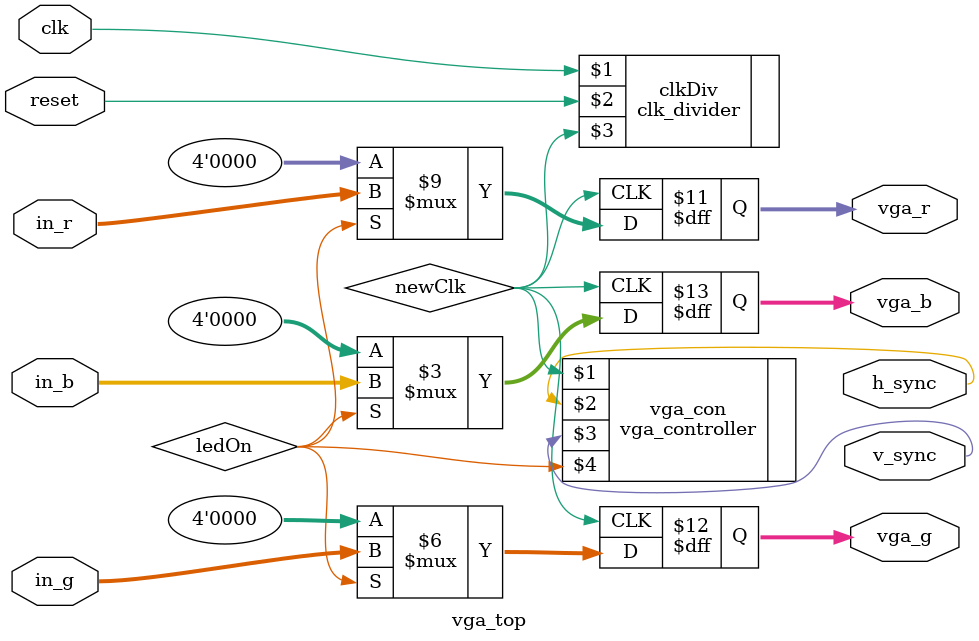
<source format=v>
`timescale 1ns / 1ps

module vga_top(clk, reset, in_r, in_g, in_b, vga_r, vga_g, vga_b, h_sync, v_sync);

    input clk, reset;
    input [3:0] in_r, in_g, in_b;
    
    output reg [3:0] vga_r, vga_g, vga_b;
    output h_sync, v_sync;
    wire newClk, ledOn;
    
    clk_divider clkDiv (clk, reset, newClk);
    
    vga_controller vga_con (newClk, h_sync, v_sync, ledOn);
    
    always@(posedge newClk)
    begin
      if(ledOn) begin
            vga_r <= in_r;
            vga_g <= in_g;
            vga_b <= in_b;
      end
      else begin
            vga_r <= 0;  
            vga_g <= 4'b0;
            vga_b <= 4'b0;
      end
      
    end
    
endmodule

</source>
